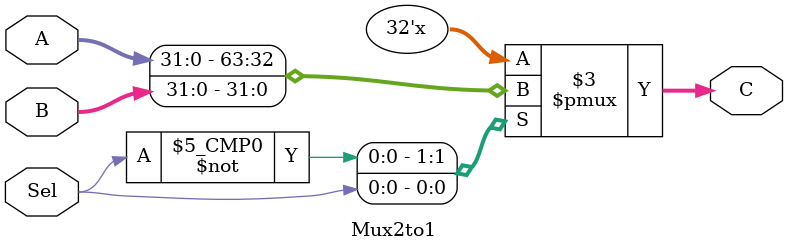
<source format=v>
`timescale 1ns / 1ps

module Mux2to1( 
					input  Sel,
					input [31:0] A,B,
					output reg [31:0] C
					);
initial
	C = 32'd0;
always @(*)											//Un case para seleccionador el valor de la salida
	case(Sel)								//dependiendo del valor del seleccionador.
		1'b0:	C <= A;		
		1'b1:	C <= B;		
		default: C <= 32'd0;
	endcase 
endmodule

</source>
